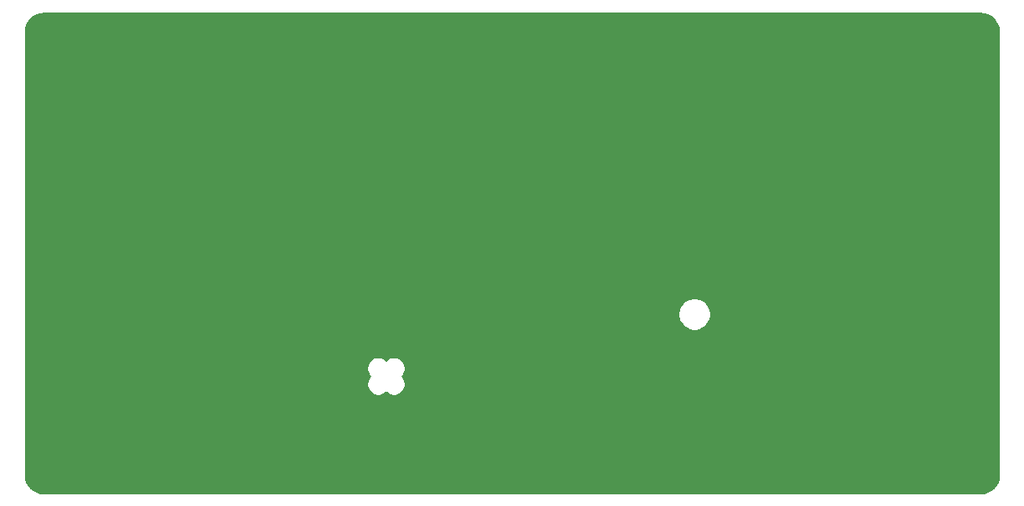
<source format=gbl>
%TF.GenerationSoftware,KiCad,Pcbnew,5.1.11-e4df9d881f~92~ubuntu20.04.1*%
%TF.CreationDate,2021-11-07T19:48:14-08:00*%
%TF.ProjectId,TeensyKeyerFrontPanel,5465656e-7379-44b6-9579-657246726f6e,rev?*%
%TF.SameCoordinates,PX4c4b400PY42c1d80*%
%TF.FileFunction,Copper,L2,Bot*%
%TF.FilePolarity,Positive*%
%FSLAX46Y46*%
G04 Gerber Fmt 4.6, Leading zero omitted, Abs format (unit mm)*
G04 Created by KiCad (PCBNEW 5.1.11-e4df9d881f~92~ubuntu20.04.1) date 2021-11-07 19:48:14*
%MOMM*%
%LPD*%
G01*
G04 APERTURE LIST*
%TA.AperFunction,ComponentPad*%
%ADD10C,6.350000*%
%TD*%
%TA.AperFunction,Conductor*%
%ADD11C,0.254000*%
%TD*%
%TA.AperFunction,Conductor*%
%ADD12C,0.100000*%
%TD*%
G04 APERTURE END LIST*
D10*
%TO.P,MH1,1*%
%TO.N,GND*%
X95800000Y-45800000D03*
%TD*%
%TO.P,MH2,1*%
%TO.N,GND*%
X95500000Y-4500000D03*
%TD*%
%TO.P,MH3,1*%
%TO.N,GND*%
X4500000Y-4500000D03*
%TD*%
%TO.P,MH4,1*%
%TO.N,GND*%
X4500000Y-45500000D03*
%TD*%
D11*
%TO.N,GND*%
X97856775Y-698147D02*
X98199967Y-801763D01*
X98516489Y-970062D01*
X98794299Y-1196637D01*
X99022806Y-1472856D01*
X99193310Y-1788197D01*
X99299319Y-2130656D01*
X99340001Y-2517722D01*
X99340000Y-47467721D01*
X99301853Y-47856776D01*
X99198238Y-48199964D01*
X99029939Y-48516489D01*
X98803365Y-48794296D01*
X98527146Y-49022805D01*
X98211803Y-49193310D01*
X97869344Y-49299319D01*
X97482288Y-49340000D01*
X2532279Y-49340000D01*
X2143224Y-49301853D01*
X1800036Y-49198238D01*
X1483511Y-49029939D01*
X1205704Y-48803365D01*
X977195Y-48527146D01*
X806690Y-48211803D01*
X700681Y-47869344D01*
X660000Y-47482288D01*
X660000Y-36584340D01*
X35225682Y-36584340D01*
X35225682Y-36815660D01*
X35270810Y-37042536D01*
X35359333Y-37256248D01*
X35487848Y-37448584D01*
X35539264Y-37500000D01*
X35487848Y-37551416D01*
X35359333Y-37743752D01*
X35270810Y-37957464D01*
X35225682Y-38184340D01*
X35225682Y-38415660D01*
X35270810Y-38642536D01*
X35359333Y-38856248D01*
X35487848Y-39048584D01*
X35651416Y-39212152D01*
X35843752Y-39340667D01*
X36057464Y-39429190D01*
X36284340Y-39474318D01*
X36515660Y-39474318D01*
X36742536Y-39429190D01*
X36956248Y-39340667D01*
X37148584Y-39212152D01*
X37200000Y-39160736D01*
X37251416Y-39212152D01*
X37443752Y-39340667D01*
X37657464Y-39429190D01*
X37884340Y-39474318D01*
X38115660Y-39474318D01*
X38342536Y-39429190D01*
X38556248Y-39340667D01*
X38748584Y-39212152D01*
X38912152Y-39048584D01*
X39040667Y-38856248D01*
X39129190Y-38642536D01*
X39174318Y-38415660D01*
X39174318Y-38184340D01*
X39129190Y-37957464D01*
X39040667Y-37743752D01*
X38912152Y-37551416D01*
X38860736Y-37500000D01*
X38912152Y-37448584D01*
X39040667Y-37256248D01*
X39129190Y-37042536D01*
X39174318Y-36815660D01*
X39174318Y-36584340D01*
X39129190Y-36357464D01*
X39040667Y-36143752D01*
X38912152Y-35951416D01*
X38748584Y-35787848D01*
X38556248Y-35659333D01*
X38342536Y-35570810D01*
X38115660Y-35525682D01*
X37884340Y-35525682D01*
X37657464Y-35570810D01*
X37443752Y-35659333D01*
X37251416Y-35787848D01*
X37200000Y-35839264D01*
X37148584Y-35787848D01*
X36956248Y-35659333D01*
X36742536Y-35570810D01*
X36515660Y-35525682D01*
X36284340Y-35525682D01*
X36057464Y-35570810D01*
X35843752Y-35659333D01*
X35651416Y-35787848D01*
X35487848Y-35951416D01*
X35359333Y-36143752D01*
X35270810Y-36357464D01*
X35225682Y-36584340D01*
X660000Y-36584340D01*
X660000Y-31035331D01*
X66828090Y-31035331D01*
X66828090Y-31364669D01*
X66892340Y-31687678D01*
X67018372Y-31991947D01*
X67201342Y-32265781D01*
X67434219Y-32498658D01*
X67708053Y-32681628D01*
X68012322Y-32807660D01*
X68335331Y-32871910D01*
X68664669Y-32871910D01*
X68987678Y-32807660D01*
X69291947Y-32681628D01*
X69565781Y-32498658D01*
X69798658Y-32265781D01*
X69981628Y-31991947D01*
X70107660Y-31687678D01*
X70171910Y-31364669D01*
X70171910Y-31035331D01*
X70107660Y-30712322D01*
X69981628Y-30408053D01*
X69798658Y-30134219D01*
X69565781Y-29901342D01*
X69291947Y-29718372D01*
X68987678Y-29592340D01*
X68664669Y-29528090D01*
X68335331Y-29528090D01*
X68012322Y-29592340D01*
X67708053Y-29718372D01*
X67434219Y-29901342D01*
X67201342Y-30134219D01*
X67018372Y-30408053D01*
X66892340Y-30712322D01*
X66828090Y-31035331D01*
X660000Y-31035331D01*
X660000Y-2532279D01*
X698147Y-2143225D01*
X801763Y-1800033D01*
X970062Y-1483511D01*
X1196637Y-1205701D01*
X1472856Y-977194D01*
X1788197Y-806690D01*
X2130656Y-700681D01*
X2517712Y-660000D01*
X97467721Y-660000D01*
X97856775Y-698147D01*
%TA.AperFunction,Conductor*%
D12*
G36*
X97856775Y-698147D02*
G01*
X98199967Y-801763D01*
X98516489Y-970062D01*
X98794299Y-1196637D01*
X99022806Y-1472856D01*
X99193310Y-1788197D01*
X99299319Y-2130656D01*
X99340001Y-2517722D01*
X99340000Y-47467721D01*
X99301853Y-47856776D01*
X99198238Y-48199964D01*
X99029939Y-48516489D01*
X98803365Y-48794296D01*
X98527146Y-49022805D01*
X98211803Y-49193310D01*
X97869344Y-49299319D01*
X97482288Y-49340000D01*
X2532279Y-49340000D01*
X2143224Y-49301853D01*
X1800036Y-49198238D01*
X1483511Y-49029939D01*
X1205704Y-48803365D01*
X977195Y-48527146D01*
X806690Y-48211803D01*
X700681Y-47869344D01*
X660000Y-47482288D01*
X660000Y-36584340D01*
X35225682Y-36584340D01*
X35225682Y-36815660D01*
X35270810Y-37042536D01*
X35359333Y-37256248D01*
X35487848Y-37448584D01*
X35539264Y-37500000D01*
X35487848Y-37551416D01*
X35359333Y-37743752D01*
X35270810Y-37957464D01*
X35225682Y-38184340D01*
X35225682Y-38415660D01*
X35270810Y-38642536D01*
X35359333Y-38856248D01*
X35487848Y-39048584D01*
X35651416Y-39212152D01*
X35843752Y-39340667D01*
X36057464Y-39429190D01*
X36284340Y-39474318D01*
X36515660Y-39474318D01*
X36742536Y-39429190D01*
X36956248Y-39340667D01*
X37148584Y-39212152D01*
X37200000Y-39160736D01*
X37251416Y-39212152D01*
X37443752Y-39340667D01*
X37657464Y-39429190D01*
X37884340Y-39474318D01*
X38115660Y-39474318D01*
X38342536Y-39429190D01*
X38556248Y-39340667D01*
X38748584Y-39212152D01*
X38912152Y-39048584D01*
X39040667Y-38856248D01*
X39129190Y-38642536D01*
X39174318Y-38415660D01*
X39174318Y-38184340D01*
X39129190Y-37957464D01*
X39040667Y-37743752D01*
X38912152Y-37551416D01*
X38860736Y-37500000D01*
X38912152Y-37448584D01*
X39040667Y-37256248D01*
X39129190Y-37042536D01*
X39174318Y-36815660D01*
X39174318Y-36584340D01*
X39129190Y-36357464D01*
X39040667Y-36143752D01*
X38912152Y-35951416D01*
X38748584Y-35787848D01*
X38556248Y-35659333D01*
X38342536Y-35570810D01*
X38115660Y-35525682D01*
X37884340Y-35525682D01*
X37657464Y-35570810D01*
X37443752Y-35659333D01*
X37251416Y-35787848D01*
X37200000Y-35839264D01*
X37148584Y-35787848D01*
X36956248Y-35659333D01*
X36742536Y-35570810D01*
X36515660Y-35525682D01*
X36284340Y-35525682D01*
X36057464Y-35570810D01*
X35843752Y-35659333D01*
X35651416Y-35787848D01*
X35487848Y-35951416D01*
X35359333Y-36143752D01*
X35270810Y-36357464D01*
X35225682Y-36584340D01*
X660000Y-36584340D01*
X660000Y-31035331D01*
X66828090Y-31035331D01*
X66828090Y-31364669D01*
X66892340Y-31687678D01*
X67018372Y-31991947D01*
X67201342Y-32265781D01*
X67434219Y-32498658D01*
X67708053Y-32681628D01*
X68012322Y-32807660D01*
X68335331Y-32871910D01*
X68664669Y-32871910D01*
X68987678Y-32807660D01*
X69291947Y-32681628D01*
X69565781Y-32498658D01*
X69798658Y-32265781D01*
X69981628Y-31991947D01*
X70107660Y-31687678D01*
X70171910Y-31364669D01*
X70171910Y-31035331D01*
X70107660Y-30712322D01*
X69981628Y-30408053D01*
X69798658Y-30134219D01*
X69565781Y-29901342D01*
X69291947Y-29718372D01*
X68987678Y-29592340D01*
X68664669Y-29528090D01*
X68335331Y-29528090D01*
X68012322Y-29592340D01*
X67708053Y-29718372D01*
X67434219Y-29901342D01*
X67201342Y-30134219D01*
X67018372Y-30408053D01*
X66892340Y-30712322D01*
X66828090Y-31035331D01*
X660000Y-31035331D01*
X660000Y-2532279D01*
X698147Y-2143225D01*
X801763Y-1800033D01*
X970062Y-1483511D01*
X1196637Y-1205701D01*
X1472856Y-977194D01*
X1788197Y-806690D01*
X2130656Y-700681D01*
X2517712Y-660000D01*
X97467721Y-660000D01*
X97856775Y-698147D01*
G37*
%TD.AperFunction*%
%TD*%
M02*

</source>
